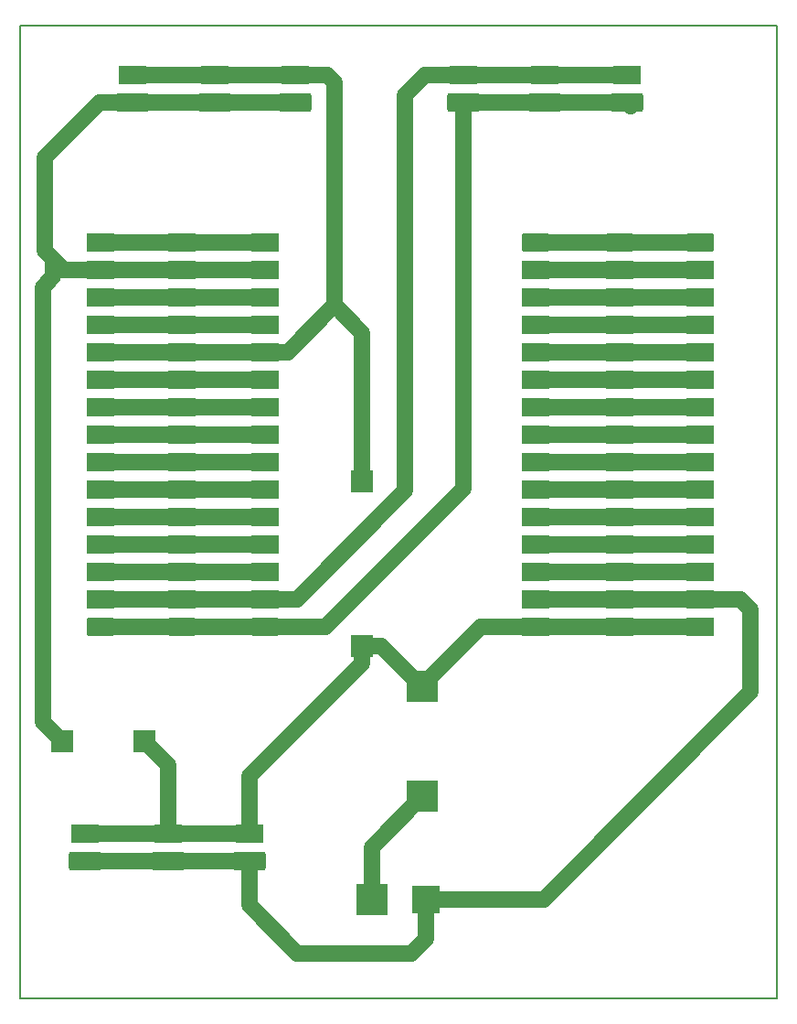
<source format=gbr>
%TF.GenerationSoftware,KiCad,Pcbnew,6.0.7+dfsg-1+b1*%
%TF.CreationDate,2022-11-15T09:00:17-05:00*%
%TF.ProjectId,esp32,65737033-322e-46b6-9963-61645f706362,rev?*%
%TF.SameCoordinates,Original*%
%TF.FileFunction,Copper,L1,Top*%
%TF.FilePolarity,Positive*%
%FSLAX46Y46*%
G04 Gerber Fmt 4.6, Leading zero omitted, Abs format (unit mm)*
G04 Created by KiCad (PCBNEW 6.0.7+dfsg-1+b1) date 2022-11-15 09:00:17*
%MOMM*%
%LPD*%
G01*
G04 APERTURE LIST*
G04 Aperture macros list*
%AMRoundRect*
0 Rectangle with rounded corners*
0 $1 Rounding radius*
0 $2 $3 $4 $5 $6 $7 $8 $9 X,Y pos of 4 corners*
0 Add a 4 corners polygon primitive as box body*
4,1,4,$2,$3,$4,$5,$6,$7,$8,$9,$2,$3,0*
0 Add four circle primitives for the rounded corners*
1,1,$1+$1,$2,$3*
1,1,$1+$1,$4,$5*
1,1,$1+$1,$6,$7*
1,1,$1+$1,$8,$9*
0 Add four rect primitives between the rounded corners*
20,1,$1+$1,$2,$3,$4,$5,0*
20,1,$1+$1,$4,$5,$6,$7,0*
20,1,$1+$1,$6,$7,$8,$9,0*
20,1,$1+$1,$8,$9,$2,$3,0*%
G04 Aperture macros list end*
%TA.AperFunction,NonConductor*%
%ADD10C,0.200000*%
%TD*%
%TA.AperFunction,ComponentPad*%
%ADD11R,2.000000X2.000000*%
%TD*%
%TA.AperFunction,ComponentPad*%
%ADD12RoundRect,0.250000X1.250000X-0.620000X1.250000X0.620000X-1.250000X0.620000X-1.250000X-0.620000X0*%
%TD*%
%TA.AperFunction,ComponentPad*%
%ADD13R,2.540000X1.740000*%
%TD*%
%TA.AperFunction,ComponentPad*%
%ADD14RoundRect,0.250000X1.020000X-0.620000X1.020000X0.620000X-1.020000X0.620000X-1.020000X-0.620000X0*%
%TD*%
%TA.AperFunction,ComponentPad*%
%ADD15RoundRect,0.250000X-1.020000X0.620000X-1.020000X-0.620000X1.020000X-0.620000X1.020000X0.620000X0*%
%TD*%
%TA.AperFunction,ComponentPad*%
%ADD16R,2.500000X2.500000*%
%TD*%
%TA.AperFunction,ComponentPad*%
%ADD17R,3.000000X3.000000*%
%TD*%
%TA.AperFunction,Conductor*%
%ADD18C,1.500000*%
%TD*%
G04 APERTURE END LIST*
D10*
X104920000Y-63960000D02*
X175040000Y-63960000D01*
X175040000Y-63960000D02*
X175040000Y-154000000D01*
X175040000Y-154000000D02*
X104920000Y-154000000D01*
X104920000Y-154000000D02*
X104920000Y-63960000D01*
D11*
%TO.P,R1,1*%
%TO.N,VIN*%
X136600000Y-121400000D03*
%TO.P,R1,2*%
%TO.N,D21*%
X136600000Y-106160000D03*
%TD*%
D12*
%TO.P,J10,1,Pin_1*%
%TO.N,3V3*%
X153557500Y-71070000D03*
D13*
%TO.P,J10,2,Pin_2*%
%TO.N,GND2*%
X153557500Y-68530000D03*
%TD*%
D12*
%TO.P,J12,1,Pin_1*%
%TO.N,D22*%
X130440000Y-71070000D03*
D13*
%TO.P,J12,2,Pin_2*%
%TO.N,D21*%
X130440000Y-68530000D03*
%TD*%
D11*
%TO.P,R2,1*%
%TO.N,VIN*%
X116410000Y-130200000D03*
%TO.P,R2,2*%
%TO.N,D22*%
X108790000Y-130200000D03*
%TD*%
D14*
%TO.P,J6der1,1,Pin_1*%
%TO.N,3V3*%
X119937500Y-119590000D03*
D13*
%TO.P,J6der1,2,Pin_2*%
%TO.N,GND2*%
X119937500Y-117050000D03*
%TO.P,J6der1,3,Pin_3*%
%TO.N,D15*%
X119937500Y-114510000D03*
%TO.P,J6der1,4,Pin_4*%
%TO.N,D2*%
X119937500Y-111970000D03*
%TO.P,J6der1,5,Pin_5*%
%TO.N,D4*%
X119937500Y-109430000D03*
%TO.P,J6der1,6,Pin_6*%
%TO.N,RX2*%
X119937500Y-106890000D03*
%TO.P,J6der1,7,Pin_7*%
%TO.N,TX2*%
X119937500Y-104350000D03*
%TO.P,J6der1,8,Pin_8*%
%TO.N,D5*%
X119937500Y-101810000D03*
%TO.P,J6der1,9,Pin_9*%
%TO.N,D18*%
X119937500Y-99270000D03*
%TO.P,J6der1,10,Pin_10*%
%TO.N,D19*%
X119937500Y-96730000D03*
%TO.P,J6der1,11,Pin_11*%
%TO.N,D21*%
X119937500Y-94190000D03*
%TO.P,J6der1,12,Pin_12*%
%TO.N,RX0*%
X119937500Y-91650000D03*
%TO.P,J6der1,13,Pin_13*%
%TO.N,TX0*%
X119937500Y-89110000D03*
%TO.P,J6der1,14,Pin_14*%
%TO.N,D22*%
X119937500Y-86570000D03*
%TO.P,J6der1,15,Pin_15*%
%TO.N,D23*%
X119937500Y-84030000D03*
%TD*%
D12*
%TO.P,J9,1,Pin_1*%
%TO.N,3V3*%
X145957500Y-71070000D03*
D13*
%TO.P,J9,2,Pin_2*%
%TO.N,GND2*%
X145957500Y-68530000D03*
%TD*%
D12*
%TO.P,J1,1,Pin_1*%
%TO.N,D22*%
X122957500Y-71070000D03*
D13*
%TO.P,J1,2,Pin_2*%
%TO.N,D21*%
X122957500Y-68530000D03*
%TD*%
D12*
%TO.P,J7,1,Pin_1*%
%TO.N,D22*%
X115357500Y-71070000D03*
D13*
%TO.P,J7,2,Pin_2*%
%TO.N,D21*%
X115357500Y-68530000D03*
%TD*%
D12*
%TO.P,J11,1,Pin_1*%
%TO.N,3V3*%
X161157500Y-71070000D03*
D13*
%TO.P,J11,2,Pin_2*%
%TO.N,GND2*%
X161157500Y-68530000D03*
%TD*%
D15*
%TO.P,J4,1,Pin_1*%
%TO.N,EN*%
X160437500Y-84020000D03*
D13*
%TO.P,J4,2,Pin_2*%
%TO.N,VP*%
X160437500Y-86560000D03*
%TO.P,J4,3,Pin_3*%
%TO.N,VN*%
X160437500Y-89100000D03*
%TO.P,J4,4,Pin_4*%
%TO.N,D34*%
X160437500Y-91640000D03*
%TO.P,J4,5,Pin_5*%
%TO.N,D35*%
X160437500Y-94180000D03*
%TO.P,J4,6,Pin_6*%
%TO.N,D32*%
X160437500Y-96720000D03*
%TO.P,J4,7,Pin_7*%
%TO.N,D33*%
X160437500Y-99260000D03*
%TO.P,J4,8,Pin_8*%
%TO.N,D25*%
X160437500Y-101800000D03*
%TO.P,J4,9,Pin_9*%
%TO.N,D26*%
X160437500Y-104340000D03*
%TO.P,J4,10,Pin_10*%
%TO.N,D27*%
X160437500Y-106880000D03*
%TO.P,J4,11,Pin_11*%
%TO.N,D14*%
X160437500Y-109420000D03*
%TO.P,J4,12,Pin_12*%
%TO.N,D12*%
X160437500Y-111960000D03*
%TO.P,J4,13,Pin_13*%
%TO.N,D13*%
X160437500Y-114500000D03*
%TO.P,J4,14,Pin_14*%
%TO.N,GND*%
X160437500Y-117040000D03*
%TO.P,J4,15,Pin_15*%
%TO.N,VIN*%
X160437500Y-119580000D03*
%TD*%
D14*
%TO.P,J7der1,1,Pin_1*%
%TO.N,3V3*%
X112415000Y-119570000D03*
D13*
%TO.P,J7der1,2,Pin_2*%
%TO.N,GND2*%
X112415000Y-117030000D03*
%TO.P,J7der1,3,Pin_3*%
%TO.N,D15*%
X112415000Y-114490000D03*
%TO.P,J7der1,4,Pin_4*%
%TO.N,D2*%
X112415000Y-111950000D03*
%TO.P,J7der1,5,Pin_5*%
%TO.N,D4*%
X112415000Y-109410000D03*
%TO.P,J7der1,6,Pin_6*%
%TO.N,RX2*%
X112415000Y-106870000D03*
%TO.P,J7der1,7,Pin_7*%
%TO.N,TX2*%
X112415000Y-104330000D03*
%TO.P,J7der1,8,Pin_8*%
%TO.N,D5*%
X112415000Y-101790000D03*
%TO.P,J7der1,9,Pin_9*%
%TO.N,D18*%
X112415000Y-99250000D03*
%TO.P,J7der1,10,Pin_10*%
%TO.N,D19*%
X112415000Y-96710000D03*
%TO.P,J7der1,11,Pin_11*%
%TO.N,D21*%
X112415000Y-94170000D03*
%TO.P,J7der1,12,Pin_12*%
%TO.N,RX0*%
X112415000Y-91630000D03*
%TO.P,J7der1,13,Pin_13*%
%TO.N,TX0*%
X112415000Y-89090000D03*
%TO.P,J7der1,14,Pin_14*%
%TO.N,D22*%
X112415000Y-86550000D03*
%TO.P,J7der1,15,Pin_15*%
%TO.N,D23*%
X112415000Y-84010000D03*
%TD*%
D16*
%TO.P,J3,1,Pin_1*%
%TO.N,GND*%
X142500000Y-144800000D03*
D17*
%TO.P,J3,2,Pin_2*%
%TO.N,Net-(J3-Pad2)*%
X137500000Y-144800000D03*
%TD*%
D12*
%TO.P,J6,1,Pin_1*%
%TO.N,GND*%
X118640000Y-141270000D03*
D13*
%TO.P,J6,2,Pin_2*%
%TO.N,VIN*%
X118640000Y-138730000D03*
%TD*%
D12*
%TO.P,J13,1,Pin_1*%
%TO.N,GND*%
X126157500Y-141270000D03*
D13*
%TO.P,J13,2,Pin_2*%
%TO.N,VIN*%
X126157500Y-138730000D03*
%TD*%
D14*
%TO.P,J8der1,1,Pin_1*%
%TO.N,3V3*%
X127600000Y-119570000D03*
D13*
%TO.P,J8der1,2,Pin_2*%
%TO.N,GND2*%
X127600000Y-117030000D03*
%TO.P,J8der1,3,Pin_3*%
%TO.N,D15*%
X127600000Y-114490000D03*
%TO.P,J8der1,4,Pin_4*%
%TO.N,D2*%
X127600000Y-111950000D03*
%TO.P,J8der1,5,Pin_5*%
%TO.N,D4*%
X127600000Y-109410000D03*
%TO.P,J8der1,6,Pin_6*%
%TO.N,RX2*%
X127600000Y-106870000D03*
%TO.P,J8der1,7,Pin_7*%
%TO.N,TX2*%
X127600000Y-104330000D03*
%TO.P,J8der1,8,Pin_8*%
%TO.N,D5*%
X127600000Y-101790000D03*
%TO.P,J8der1,9,Pin_9*%
%TO.N,D18*%
X127600000Y-99250000D03*
%TO.P,J8der1,10,Pin_10*%
%TO.N,D19*%
X127600000Y-96710000D03*
%TO.P,J8der1,11,Pin_11*%
%TO.N,D21*%
X127600000Y-94170000D03*
%TO.P,J8der1,12,Pin_12*%
%TO.N,RX0*%
X127600000Y-91630000D03*
%TO.P,J8der1,13,Pin_13*%
%TO.N,TX0*%
X127600000Y-89090000D03*
%TO.P,J8der1,14,Pin_14*%
%TO.N,D22*%
X127600000Y-86550000D03*
%TO.P,J8der1,15,Pin_15*%
%TO.N,D23*%
X127600000Y-84010000D03*
%TD*%
D12*
%TO.P,J8,1,Pin_1*%
%TO.N,GND*%
X110957500Y-141270000D03*
D13*
%TO.P,J8,2,Pin_2*%
%TO.N,VIN*%
X110957500Y-138730000D03*
%TD*%
D15*
%TO.P,J5,1,Pin_1*%
%TO.N,EN*%
X152687500Y-84020000D03*
D13*
%TO.P,J5,2,Pin_2*%
%TO.N,VP*%
X152687500Y-86560000D03*
%TO.P,J5,3,Pin_3*%
%TO.N,VN*%
X152687500Y-89100000D03*
%TO.P,J5,4,Pin_4*%
%TO.N,D34*%
X152687500Y-91640000D03*
%TO.P,J5,5,Pin_5*%
%TO.N,D35*%
X152687500Y-94180000D03*
%TO.P,J5,6,Pin_6*%
%TO.N,D32*%
X152687500Y-96720000D03*
%TO.P,J5,7,Pin_7*%
%TO.N,D33*%
X152687500Y-99260000D03*
%TO.P,J5,8,Pin_8*%
%TO.N,D25*%
X152687500Y-101800000D03*
%TO.P,J5,9,Pin_9*%
%TO.N,D26*%
X152687500Y-104340000D03*
%TO.P,J5,10,Pin_10*%
%TO.N,D27*%
X152687500Y-106880000D03*
%TO.P,J5,11,Pin_11*%
%TO.N,D14*%
X152687500Y-109420000D03*
%TO.P,J5,12,Pin_12*%
%TO.N,D12*%
X152687500Y-111960000D03*
%TO.P,J5,13,Pin_13*%
%TO.N,D13*%
X152687500Y-114500000D03*
%TO.P,J5,14,Pin_14*%
%TO.N,GND*%
X152687500Y-117040000D03*
%TO.P,J5,15,Pin_15*%
%TO.N,VIN*%
X152687500Y-119580000D03*
%TD*%
D17*
%TO.P,D1,1,K*%
%TO.N,VIN*%
X142200000Y-125120000D03*
%TO.P,D1,2,A*%
%TO.N,Net-(J3-Pad2)*%
X142200000Y-135280000D03*
%TD*%
D15*
%TO.P,J2,1,Pin_1*%
%TO.N,EN*%
X167915000Y-84020000D03*
D13*
%TO.P,J2,2,Pin_2*%
%TO.N,VP*%
X167915000Y-86560000D03*
%TO.P,J2,3,Pin_3*%
%TO.N,VN*%
X167915000Y-89100000D03*
%TO.P,J2,4,Pin_4*%
%TO.N,D34*%
X167915000Y-91640000D03*
%TO.P,J2,5,Pin_5*%
%TO.N,D35*%
X167915000Y-94180000D03*
%TO.P,J2,6,Pin_6*%
%TO.N,D32*%
X167915000Y-96720000D03*
%TO.P,J2,7,Pin_7*%
%TO.N,D33*%
X167915000Y-99260000D03*
%TO.P,J2,8,Pin_8*%
%TO.N,D25*%
X167915000Y-101800000D03*
%TO.P,J2,9,Pin_9*%
%TO.N,D26*%
X167915000Y-104340000D03*
%TO.P,J2,10,Pin_10*%
%TO.N,D27*%
X167915000Y-106880000D03*
%TO.P,J2,11,Pin_11*%
%TO.N,D14*%
X167915000Y-109420000D03*
%TO.P,J2,12,Pin_12*%
%TO.N,D12*%
X167915000Y-111960000D03*
%TO.P,J2,13,Pin_13*%
%TO.N,D13*%
X167915000Y-114500000D03*
%TO.P,J2,14,Pin_14*%
%TO.N,GND*%
X167915000Y-117040000D03*
%TO.P,J2,15,Pin_15*%
%TO.N,VIN*%
X167915000Y-119580000D03*
%TD*%
D18*
%TO.N,VIN*%
X136600000Y-123000000D02*
X136600000Y-121400000D01*
X138400000Y-121400000D02*
X136600000Y-121400000D01*
X118640000Y-138730000D02*
X118640000Y-132430000D01*
X118640000Y-132430000D02*
X116410000Y-130200000D01*
%TO.N,D22*%
X107000000Y-128410000D02*
X108790000Y-130200000D01*
%TO.N,VIN*%
X136600000Y-123000000D02*
X126157500Y-133442500D01*
X142120000Y-125120000D02*
X138400000Y-121400000D01*
X142200000Y-125120000D02*
X142120000Y-125120000D01*
X126157500Y-133442500D02*
X126157500Y-138730000D01*
X142200000Y-125120000D02*
X142200000Y-125000000D01*
X142200000Y-125000000D02*
X147620000Y-119580000D01*
%TO.N,Net-(J3-Pad2)*%
X137500000Y-144800000D02*
X137500000Y-139980000D01*
X137500000Y-139980000D02*
X142200000Y-135280000D01*
%TO.N,D22*%
X107000000Y-128410000D02*
X107000000Y-88200000D01*
X107000000Y-88200000D02*
X108000000Y-87200000D01*
X108000000Y-87200000D02*
X108000000Y-85600000D01*
%TO.N,D21*%
X136600000Y-106160000D02*
X136600000Y-92410000D01*
X136600000Y-92410000D02*
X134030000Y-89840000D01*
%TO.N,3V3*%
X145957500Y-71070000D02*
X145957500Y-106842500D01*
X145957500Y-106842500D02*
X133230000Y-119570000D01*
X133230000Y-119570000D02*
X127600000Y-119570000D01*
%TO.N,GND2*%
X127600000Y-117030000D02*
X130570000Y-117030000D01*
X130570000Y-117030000D02*
X140600000Y-107000000D01*
X140600000Y-107000000D02*
X140600000Y-70400000D01*
X140600000Y-70400000D02*
X142470000Y-68530000D01*
X142470000Y-68530000D02*
X145957500Y-68530000D01*
%TO.N,VIN*%
X126157500Y-138730000D02*
X117730000Y-138730000D01*
X117730000Y-138730000D02*
X110957500Y-138730000D01*
%TO.N,D21*%
X134030000Y-69230000D02*
X134030000Y-89840000D01*
X134030000Y-69230000D02*
X133330000Y-68530000D01*
X133330000Y-68530000D02*
X130440000Y-68530000D01*
%TO.N,GND*%
X141200000Y-149800000D02*
X130600000Y-149800000D01*
X142500000Y-148500000D02*
X141200000Y-149800000D01*
X153400000Y-144800000D02*
X142500000Y-144800000D01*
X172600000Y-118000000D02*
X172600000Y-125600000D01*
X142500000Y-144800000D02*
X142500000Y-148500000D01*
X172600000Y-125600000D02*
X153400000Y-144800000D01*
X171640000Y-117040000D02*
X172600000Y-118000000D01*
X167915000Y-117040000D02*
X171640000Y-117040000D01*
X126157500Y-145357500D02*
X126157500Y-141270000D01*
X167915000Y-117040000D02*
X152687500Y-117040000D01*
X130600000Y-149800000D02*
X126157500Y-145357500D01*
X126157500Y-141270000D02*
X110957500Y-141270000D01*
%TO.N,VIN*%
X147620000Y-119580000D02*
X167915000Y-119580000D01*
%TO.N,D21*%
X127600000Y-94170000D02*
X112415000Y-94170000D01*
X134030000Y-89840000D02*
X129700000Y-94170000D01*
X130440000Y-68530000D02*
X115357500Y-68530000D01*
X129700000Y-94170000D02*
X127600000Y-94170000D01*
%TO.N,D22*%
X108000000Y-85600000D02*
X107200000Y-84800000D01*
X108950000Y-86550000D02*
X108000000Y-85600000D01*
X112415000Y-86550000D02*
X127600000Y-86550000D01*
X107200000Y-84800000D02*
X107200000Y-76200000D01*
X112415000Y-86550000D02*
X108950000Y-86550000D01*
X112330000Y-71070000D02*
X115357500Y-71070000D01*
X107200000Y-76200000D02*
X112330000Y-71070000D01*
X115357500Y-71070000D02*
X130440000Y-71070000D01*
%TO.N,EN*%
X167915000Y-84020000D02*
X152687500Y-84020000D01*
%TO.N,VP*%
X152687500Y-86560000D02*
X167915000Y-86560000D01*
%TO.N,VN*%
X152687500Y-89100000D02*
X167915000Y-89100000D01*
%TO.N,D34*%
X167915000Y-91640000D02*
X152687500Y-91640000D01*
%TO.N,D35*%
X152687500Y-94180000D02*
X167915000Y-94180000D01*
%TO.N,D32*%
X167915000Y-96720000D02*
X152687500Y-96720000D01*
%TO.N,D33*%
X152687500Y-99260000D02*
X167915000Y-99260000D01*
%TO.N,D25*%
X167915000Y-101800000D02*
X152687500Y-101800000D01*
%TO.N,D26*%
X152687500Y-104340000D02*
X167915000Y-104340000D01*
%TO.N,D27*%
X167915000Y-106880000D02*
X152687500Y-106880000D01*
%TO.N,D14*%
X152687500Y-109420000D02*
X167915000Y-109420000D01*
%TO.N,D12*%
X167915000Y-111960000D02*
X152687500Y-111960000D01*
%TO.N,D13*%
X152687500Y-114500000D02*
X167915000Y-114500000D01*
%TO.N,3V3*%
X127600000Y-119570000D02*
X112415000Y-119570000D01*
X161487500Y-71400000D02*
X161157500Y-71070000D01*
X145957500Y-71070000D02*
X161157500Y-71070000D01*
%TO.N,GND2*%
X161157500Y-68530000D02*
X145957500Y-68530000D01*
X112415000Y-117030000D02*
X127600000Y-117030000D01*
%TO.N,D15*%
X127600000Y-114490000D02*
X112415000Y-114490000D01*
%TO.N,D2*%
X112415000Y-111950000D02*
X127600000Y-111950000D01*
%TO.N,D4*%
X127600000Y-109410000D02*
X112415000Y-109410000D01*
%TO.N,RX2*%
X112415000Y-106870000D02*
X127600000Y-106870000D01*
%TO.N,TX2*%
X127600000Y-104330000D02*
X112415000Y-104330000D01*
%TO.N,D5*%
X112415000Y-101790000D02*
X127600000Y-101790000D01*
%TO.N,D18*%
X127600000Y-99250000D02*
X112415000Y-99250000D01*
%TO.N,D19*%
X112415000Y-96710000D02*
X127600000Y-96710000D01*
%TO.N,RX0*%
X112415000Y-91630000D02*
X127600000Y-91630000D01*
%TO.N,TX0*%
X127600000Y-89090000D02*
X112415000Y-89090000D01*
%TO.N,D23*%
X127600000Y-84010000D02*
X112415000Y-84010000D01*
%TD*%
M02*

</source>
